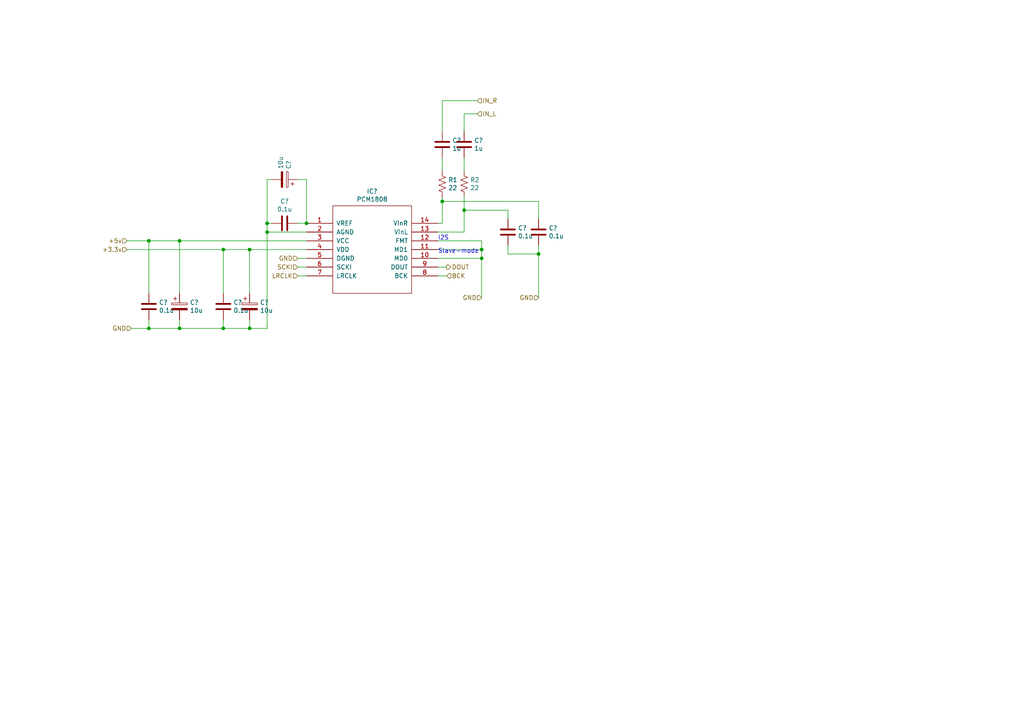
<source format=kicad_sch>
(kicad_sch (version 20230121) (generator eeschema)

  (uuid b57a8ebf-9f40-4226-a54d-35563b83cf47)

  (paper "A4")

  (lib_symbols
    (symbol "Device:C" (pin_numbers hide) (pin_names (offset 0.254)) (in_bom yes) (on_board yes)
      (property "Reference" "C" (at 0.635 2.54 0)
        (effects (font (size 1.27 1.27)) (justify left))
      )
      (property "Value" "C" (at 0.635 -2.54 0)
        (effects (font (size 1.27 1.27)) (justify left))
      )
      (property "Footprint" "" (at 0.9652 -3.81 0)
        (effects (font (size 1.27 1.27)) hide)
      )
      (property "Datasheet" "~" (at 0 0 0)
        (effects (font (size 1.27 1.27)) hide)
      )
      (property "ki_keywords" "cap capacitor" (at 0 0 0)
        (effects (font (size 1.27 1.27)) hide)
      )
      (property "ki_description" "Unpolarized capacitor" (at 0 0 0)
        (effects (font (size 1.27 1.27)) hide)
      )
      (property "ki_fp_filters" "C_*" (at 0 0 0)
        (effects (font (size 1.27 1.27)) hide)
      )
      (symbol "C_0_1"
        (polyline
          (pts
            (xy -2.032 -0.762)
            (xy 2.032 -0.762)
          )
          (stroke (width 0.508) (type default))
          (fill (type none))
        )
        (polyline
          (pts
            (xy -2.032 0.762)
            (xy 2.032 0.762)
          )
          (stroke (width 0.508) (type default))
          (fill (type none))
        )
      )
      (symbol "C_1_1"
        (pin passive line (at 0 3.81 270) (length 2.794)
          (name "~" (effects (font (size 1.27 1.27))))
          (number "1" (effects (font (size 1.27 1.27))))
        )
        (pin passive line (at 0 -3.81 90) (length 2.794)
          (name "~" (effects (font (size 1.27 1.27))))
          (number "2" (effects (font (size 1.27 1.27))))
        )
      )
    )
    (symbol "Device:R_US" (pin_numbers hide) (pin_names (offset 0)) (in_bom yes) (on_board yes)
      (property "Reference" "R" (at 2.54 0 90)
        (effects (font (size 1.27 1.27)))
      )
      (property "Value" "R_US" (at -2.54 0 90)
        (effects (font (size 1.27 1.27)))
      )
      (property "Footprint" "" (at 1.016 -0.254 90)
        (effects (font (size 1.27 1.27)) hide)
      )
      (property "Datasheet" "~" (at 0 0 0)
        (effects (font (size 1.27 1.27)) hide)
      )
      (property "ki_keywords" "R res resistor" (at 0 0 0)
        (effects (font (size 1.27 1.27)) hide)
      )
      (property "ki_description" "Resistor, US symbol" (at 0 0 0)
        (effects (font (size 1.27 1.27)) hide)
      )
      (property "ki_fp_filters" "R_*" (at 0 0 0)
        (effects (font (size 1.27 1.27)) hide)
      )
      (symbol "R_US_0_1"
        (polyline
          (pts
            (xy 0 -2.286)
            (xy 0 -2.54)
          )
          (stroke (width 0) (type default))
          (fill (type none))
        )
        (polyline
          (pts
            (xy 0 2.286)
            (xy 0 2.54)
          )
          (stroke (width 0) (type default))
          (fill (type none))
        )
        (polyline
          (pts
            (xy 0 -0.762)
            (xy 1.016 -1.143)
            (xy 0 -1.524)
            (xy -1.016 -1.905)
            (xy 0 -2.286)
          )
          (stroke (width 0) (type default))
          (fill (type none))
        )
        (polyline
          (pts
            (xy 0 0.762)
            (xy 1.016 0.381)
            (xy 0 0)
            (xy -1.016 -0.381)
            (xy 0 -0.762)
          )
          (stroke (width 0) (type default))
          (fill (type none))
        )
        (polyline
          (pts
            (xy 0 2.286)
            (xy 1.016 1.905)
            (xy 0 1.524)
            (xy -1.016 1.143)
            (xy 0 0.762)
          )
          (stroke (width 0) (type default))
          (fill (type none))
        )
      )
      (symbol "R_US_1_1"
        (pin passive line (at 0 3.81 270) (length 1.27)
          (name "~" (effects (font (size 1.27 1.27))))
          (number "1" (effects (font (size 1.27 1.27))))
        )
        (pin passive line (at 0 -3.81 90) (length 1.27)
          (name "~" (effects (font (size 1.27 1.27))))
          (number "2" (effects (font (size 1.27 1.27))))
        )
      )
    )
    (symbol "PCM1808-cache:PCM1808" (pin_names (offset 1.016)) (in_bom yes) (on_board yes)
      (property "Reference" "IC" (at 0 -2.54 0)
        (effects (font (size 1.27 1.27)))
      )
      (property "Value" "PCM1808" (at 0 2.54 0)
        (effects (font (size 1.27 1.27)))
      )
      (property "Footprint" "" (at 0 -10.16 0)
        (effects (font (size 1.27 1.27)) hide)
      )
      (property "Datasheet" "" (at -1.27 10.16 0)
        (effects (font (size 1.27 1.27)) hide)
      )
      (symbol "PCM1808_1_0"
        (rectangle (start -11.43 -12.7) (end 11.43 12.7)
          (stroke (width 0) (type solid))
          (fill (type none))
        )
      )
      (symbol "PCM1808_1_1"
        (pin output line (at -19.05 7.62 0) (length 7.62)
          (name "VREF" (effects (font (size 1.27 1.27))))
          (number "1" (effects (font (size 1.27 1.27))))
        )
        (pin input line (at 19.05 -2.54 180) (length 7.62)
          (name "MD0" (effects (font (size 1.27 1.27))))
          (number "10" (effects (font (size 1.27 1.27))))
        )
        (pin input line (at 19.05 0 180) (length 7.62)
          (name "MD1" (effects (font (size 1.27 1.27))))
          (number "11" (effects (font (size 1.27 1.27))))
        )
        (pin input line (at 19.05 2.54 180) (length 7.62)
          (name "FMT" (effects (font (size 1.27 1.27))))
          (number "12" (effects (font (size 1.27 1.27))))
        )
        (pin input line (at 19.05 5.08 180) (length 7.62)
          (name "VinL" (effects (font (size 1.27 1.27))))
          (number "13" (effects (font (size 1.27 1.27))))
        )
        (pin input line (at 19.05 7.62 180) (length 7.62)
          (name "VinR" (effects (font (size 1.27 1.27))))
          (number "14" (effects (font (size 1.27 1.27))))
        )
        (pin power_in line (at -19.05 5.08 0) (length 7.62)
          (name "AGND" (effects (font (size 1.27 1.27))))
          (number "2" (effects (font (size 1.27 1.27))))
        )
        (pin power_in line (at -19.05 2.54 0) (length 7.62)
          (name "VCC" (effects (font (size 1.27 1.27))))
          (number "3" (effects (font (size 1.27 1.27))))
        )
        (pin power_in line (at -19.05 0 0) (length 7.62)
          (name "VDD" (effects (font (size 1.27 1.27))))
          (number "4" (effects (font (size 1.27 1.27))))
        )
        (pin power_in line (at -19.05 -2.54 0) (length 7.62)
          (name "DGND" (effects (font (size 1.27 1.27))))
          (number "5" (effects (font (size 1.27 1.27))))
        )
        (pin input line (at -19.05 -5.08 0) (length 7.62)
          (name "SCKI" (effects (font (size 1.27 1.27))))
          (number "6" (effects (font (size 1.27 1.27))))
        )
        (pin bidirectional line (at -19.05 -7.62 0) (length 7.62)
          (name "LRCLK" (effects (font (size 1.27 1.27))))
          (number "7" (effects (font (size 1.27 1.27))))
        )
        (pin bidirectional line (at 19.05 -7.62 180) (length 7.62)
          (name "BCK" (effects (font (size 1.27 1.27))))
          (number "8" (effects (font (size 1.27 1.27))))
        )
        (pin output line (at 19.05 -5.08 180) (length 7.62)
          (name "DOUT" (effects (font (size 1.27 1.27))))
          (number "9" (effects (font (size 1.27 1.27))))
        )
      )
    )
    (symbol "usbdac-rescue:CP-Device" (pin_numbers hide) (pin_names (offset 0.254)) (in_bom yes) (on_board yes)
      (property "Reference" "C" (at 0.635 2.54 0)
        (effects (font (size 1.27 1.27)) (justify left))
      )
      (property "Value" "Device_CP" (at 0.635 -2.54 0)
        (effects (font (size 1.27 1.27)) (justify left))
      )
      (property "Footprint" "" (at 0.9652 -3.81 0)
        (effects (font (size 1.27 1.27)) hide)
      )
      (property "Datasheet" "" (at 0 0 0)
        (effects (font (size 1.27 1.27)) hide)
      )
      (property "ki_fp_filters" "CP_*" (at 0 0 0)
        (effects (font (size 1.27 1.27)) hide)
      )
      (symbol "CP-Device_0_1"
        (rectangle (start -2.286 0.508) (end 2.286 1.016)
          (stroke (width 0) (type solid))
          (fill (type none))
        )
        (polyline
          (pts
            (xy -1.778 2.286)
            (xy -0.762 2.286)
          )
          (stroke (width 0) (type solid))
          (fill (type none))
        )
        (polyline
          (pts
            (xy -1.27 2.794)
            (xy -1.27 1.778)
          )
          (stroke (width 0) (type solid))
          (fill (type none))
        )
        (rectangle (start 2.286 -0.508) (end -2.286 -1.016)
          (stroke (width 0) (type solid))
          (fill (type outline))
        )
      )
      (symbol "CP-Device_1_1"
        (pin passive line (at 0 3.81 270) (length 2.794)
          (name "~" (effects (font (size 1.27 1.27))))
          (number "1" (effects (font (size 1.27 1.27))))
        )
        (pin passive line (at 0 -3.81 90) (length 2.794)
          (name "~" (effects (font (size 1.27 1.27))))
          (number "2" (effects (font (size 1.27 1.27))))
        )
      )
    )
  )

  (junction (at 156.21 73.66) (diameter 0) (color 0 0 0 0)
    (uuid 008baf64-f836-437d-9b89-76200a74c2a1)
  )
  (junction (at 43.18 95.25) (diameter 0) (color 0 0 0 0)
    (uuid 29248403-a6cc-4082-88d8-fe521f60f42e)
  )
  (junction (at 72.39 95.25) (diameter 0) (color 0 0 0 0)
    (uuid 34d22d1c-adea-4d96-a601-e85d51767dda)
  )
  (junction (at 139.7 72.39) (diameter 0) (color 0 0 0 0)
    (uuid 4277b594-48b7-49dc-863a-9006eae71cdc)
  )
  (junction (at 139.7 74.93) (diameter 0) (color 0 0 0 0)
    (uuid 62a17baf-dcc2-42af-9126-fcc9401fbfb2)
  )
  (junction (at 64.77 95.25) (diameter 0) (color 0 0 0 0)
    (uuid 71ec8365-c48a-4092-bb90-e73f3fb0bc57)
  )
  (junction (at 52.07 69.85) (diameter 0) (color 0 0 0 0)
    (uuid 74953a7f-53e7-4de0-942e-7a6312f47118)
  )
  (junction (at 88.9 64.77) (diameter 0) (color 0 0 0 0)
    (uuid 79382138-aab0-46e8-8fc0-8bba843cc183)
  )
  (junction (at 64.77 72.39) (diameter 0) (color 0 0 0 0)
    (uuid 7dc5f558-a671-4262-ab87-31b6fa65f8a8)
  )
  (junction (at 52.07 95.25) (diameter 0) (color 0 0 0 0)
    (uuid 9350dcb6-472f-4212-ae8b-a6643d5e43fd)
  )
  (junction (at 43.18 69.85) (diameter 0) (color 0 0 0 0)
    (uuid a0b5dc4a-aa1e-44c9-9f36-6f0967ba80a2)
  )
  (junction (at 77.47 67.31) (diameter 0) (color 0 0 0 0)
    (uuid a31d90c1-ff1d-49e1-9792-355b190d9015)
  )
  (junction (at 72.39 72.39) (diameter 0) (color 0 0 0 0)
    (uuid bb8475cc-3ea3-465c-9101-563101d0ed7e)
  )
  (junction (at 77.47 64.77) (diameter 0) (color 0 0 0 0)
    (uuid d36f0ab2-77a7-486b-a935-0138ad1be8ff)
  )
  (junction (at 134.62 60.96) (diameter 0) (color 0 0 0 0)
    (uuid df4a14d9-d64a-4e30-9c10-5201db775f80)
  )
  (junction (at 128.27 58.42) (diameter 0) (color 0 0 0 0)
    (uuid ec46787f-53fb-4ebb-8e15-2a6d07394a1f)
  )

  (wire (pts (xy 134.62 49.53) (xy 134.62 45.72))
    (stroke (width 0) (type default))
    (uuid 00447988-5d64-4639-9d56-636cf4bfaa14)
  )
  (wire (pts (xy 127 72.39) (xy 139.7 72.39))
    (stroke (width 0) (type default))
    (uuid 03d11274-edcd-46bc-8986-c09fa2403dc1)
  )
  (wire (pts (xy 139.7 74.93) (xy 139.7 86.36))
    (stroke (width 0) (type default))
    (uuid 057b93ec-b698-409b-965f-8a8d824dfd99)
  )
  (wire (pts (xy 156.21 73.66) (xy 156.21 86.36))
    (stroke (width 0) (type default))
    (uuid 0f6ce539-f84d-4ab4-998f-f0c2ed467fc7)
  )
  (wire (pts (xy 127 69.85) (xy 139.7 69.85))
    (stroke (width 0) (type default))
    (uuid 0fcfae9e-54a4-415d-9e19-aebf2b2b3359)
  )
  (wire (pts (xy 129.54 80.01) (xy 127 80.01))
    (stroke (width 0) (type default))
    (uuid 13892dca-90ab-4471-b837-73eac98331d4)
  )
  (wire (pts (xy 52.07 69.85) (xy 88.9 69.85))
    (stroke (width 0) (type default))
    (uuid 14f17be8-5b6c-420d-a786-720a2439539d)
  )
  (wire (pts (xy 127 74.93) (xy 139.7 74.93))
    (stroke (width 0) (type default))
    (uuid 1643b741-69a5-44f6-aba7-6d61e467ffa0)
  )
  (wire (pts (xy 147.32 60.96) (xy 147.32 63.5))
    (stroke (width 0) (type default))
    (uuid 1664dde9-c880-46c0-b87d-c7816f65e665)
  )
  (wire (pts (xy 64.77 92.71) (xy 64.77 95.25))
    (stroke (width 0) (type default))
    (uuid 19ddacc0-68c7-42dd-8bb8-f3e126e471dd)
  )
  (wire (pts (xy 134.62 60.96) (xy 147.32 60.96))
    (stroke (width 0) (type default))
    (uuid 1c4e971e-74e4-4d22-b1b8-e7a4211d9be0)
  )
  (wire (pts (xy 128.27 38.1) (xy 128.27 29.21))
    (stroke (width 0) (type default))
    (uuid 1c940a93-adb8-43b3-bd1a-1c25f404d790)
  )
  (wire (pts (xy 127 67.31) (xy 134.62 67.31))
    (stroke (width 0) (type default))
    (uuid 2181096c-6a56-42ca-8287-31ba280c77cf)
  )
  (wire (pts (xy 77.47 67.31) (xy 77.47 95.25))
    (stroke (width 0) (type default))
    (uuid 24d8c81d-03ab-4a37-942d-67b655b16eeb)
  )
  (wire (pts (xy 43.18 95.25) (xy 38.1 95.25))
    (stroke (width 0) (type default))
    (uuid 25954328-d382-4008-a4fc-7342cc0563c6)
  )
  (wire (pts (xy 64.77 85.09) (xy 64.77 72.39))
    (stroke (width 0) (type default))
    (uuid 2b41ee7b-2f7f-4254-bd81-7d1d27e81b5e)
  )
  (wire (pts (xy 128.27 58.42) (xy 156.21 58.42))
    (stroke (width 0) (type default))
    (uuid 2ed50432-c6e2-45e6-b795-134dbffda054)
  )
  (wire (pts (xy 86.36 77.47) (xy 88.9 77.47))
    (stroke (width 0) (type default))
    (uuid 316f29a9-b5ba-4d91-8c36-2b65c78c31a6)
  )
  (wire (pts (xy 88.9 64.77) (xy 86.36 64.77))
    (stroke (width 0) (type default))
    (uuid 3e2b474c-3c70-4398-ad85-875b671bf5e0)
  )
  (wire (pts (xy 134.62 60.96) (xy 134.62 57.15))
    (stroke (width 0) (type default))
    (uuid 444b0949-24ae-463d-ab2f-31040acb6147)
  )
  (wire (pts (xy 139.7 72.39) (xy 139.7 74.93))
    (stroke (width 0) (type default))
    (uuid 4a8a5143-7efb-4412-b216-51154eb0bceb)
  )
  (wire (pts (xy 127 77.47) (xy 129.54 77.47))
    (stroke (width 0) (type default))
    (uuid 50d02447-144f-4d2d-83c4-284c0cad6c86)
  )
  (wire (pts (xy 72.39 72.39) (xy 88.9 72.39))
    (stroke (width 0) (type default))
    (uuid 5615065f-7009-4362-a4c9-28782deafa05)
  )
  (wire (pts (xy 43.18 69.85) (xy 52.07 69.85))
    (stroke (width 0) (type default))
    (uuid 58f81b41-fc7f-4b96-8184-824096720ff3)
  )
  (wire (pts (xy 86.36 74.93) (xy 88.9 74.93))
    (stroke (width 0) (type default))
    (uuid 5cda8914-442b-407d-b04b-b43c0d4c8668)
  )
  (wire (pts (xy 43.18 92.71) (xy 43.18 95.25))
    (stroke (width 0) (type default))
    (uuid 6152a53c-f85b-4076-b691-2931c0885bc6)
  )
  (wire (pts (xy 128.27 64.77) (xy 127 64.77))
    (stroke (width 0) (type default))
    (uuid 61f1a8b0-fe5c-46e2-99f1-888abf189c55)
  )
  (wire (pts (xy 43.18 95.25) (xy 52.07 95.25))
    (stroke (width 0) (type default))
    (uuid 6262a2a6-3144-4dc4-87c3-05c4d39ba90c)
  )
  (wire (pts (xy 36.83 69.85) (xy 43.18 69.85))
    (stroke (width 0) (type default))
    (uuid 657412f6-161a-4445-ac02-9917dc245b72)
  )
  (wire (pts (xy 88.9 67.31) (xy 77.47 67.31))
    (stroke (width 0) (type default))
    (uuid 6cd2dd64-adb0-41d1-91e7-bcb769951c32)
  )
  (wire (pts (xy 86.36 52.07) (xy 88.9 52.07))
    (stroke (width 0) (type default))
    (uuid 6da8941a-d6cf-4b15-a779-2319629a2a1f)
  )
  (wire (pts (xy 77.47 52.07) (xy 78.74 52.07))
    (stroke (width 0) (type default))
    (uuid 76525664-9cc5-4ae0-a494-98a6780a7930)
  )
  (wire (pts (xy 128.27 57.15) (xy 128.27 58.42))
    (stroke (width 0) (type default))
    (uuid 773f1773-2533-478c-ae8c-af0cdb8b41c3)
  )
  (wire (pts (xy 52.07 85.09) (xy 52.07 69.85))
    (stroke (width 0) (type default))
    (uuid 783bcc86-54cc-491c-acdb-48ddb6102744)
  )
  (wire (pts (xy 72.39 95.25) (xy 77.47 95.25))
    (stroke (width 0) (type default))
    (uuid 797a9531-93b7-423d-a3e3-bd2877ddea16)
  )
  (wire (pts (xy 134.62 33.02) (xy 138.43 33.02))
    (stroke (width 0) (type default))
    (uuid 8b41b520-19f8-4363-ba7c-010a3deba321)
  )
  (wire (pts (xy 147.32 71.12) (xy 147.32 73.66))
    (stroke (width 0) (type default))
    (uuid 8bb18a1b-0921-4e04-b1ab-5511e1669a05)
  )
  (wire (pts (xy 156.21 58.42) (xy 156.21 63.5))
    (stroke (width 0) (type default))
    (uuid 8f7cf36a-2830-482b-a801-963ff21630d9)
  )
  (wire (pts (xy 128.27 45.72) (xy 128.27 49.53))
    (stroke (width 0) (type default))
    (uuid 9a78219b-f033-4b98-ba06-b2383f9f5d7c)
  )
  (wire (pts (xy 128.27 29.21) (xy 138.43 29.21))
    (stroke (width 0) (type default))
    (uuid 9cef005d-d6c8-4131-b627-22718b6aa834)
  )
  (wire (pts (xy 128.27 58.42) (xy 128.27 64.77))
    (stroke (width 0) (type default))
    (uuid a16c3a34-e334-4a11-b609-05a15451fe8f)
  )
  (wire (pts (xy 78.74 64.77) (xy 77.47 64.77))
    (stroke (width 0) (type default))
    (uuid a48109e0-2463-442c-84c3-d9cf914cbbd9)
  )
  (wire (pts (xy 72.39 72.39) (xy 72.39 85.09))
    (stroke (width 0) (type default))
    (uuid a5fe918c-e885-4273-ac77-36cbd1f1280b)
  )
  (wire (pts (xy 72.39 92.71) (xy 72.39 95.25))
    (stroke (width 0) (type default))
    (uuid a70410f4-10db-455b-a53f-266dc55cfa25)
  )
  (wire (pts (xy 64.77 95.25) (xy 72.39 95.25))
    (stroke (width 0) (type default))
    (uuid b4b7bd3e-698d-4c74-8831-06860a6c6c76)
  )
  (wire (pts (xy 52.07 92.71) (xy 52.07 95.25))
    (stroke (width 0) (type default))
    (uuid bd917ef2-6b8b-4c95-b020-d6369cf29ef7)
  )
  (wire (pts (xy 77.47 64.77) (xy 77.47 52.07))
    (stroke (width 0) (type default))
    (uuid c589c7e3-26d6-4ef3-800e-f63eb7398d54)
  )
  (wire (pts (xy 134.62 67.31) (xy 134.62 60.96))
    (stroke (width 0) (type default))
    (uuid c799eafe-52cf-4cc9-b03a-df46dc679cc4)
  )
  (wire (pts (xy 134.62 38.1) (xy 134.62 33.02))
    (stroke (width 0) (type default))
    (uuid d2d02e25-54bd-4257-b0b5-9f9f33f167fe)
  )
  (wire (pts (xy 147.32 73.66) (xy 156.21 73.66))
    (stroke (width 0) (type default))
    (uuid d2e4ee6d-852d-4e37-bfba-976ffa505acc)
  )
  (wire (pts (xy 88.9 80.01) (xy 86.36 80.01))
    (stroke (width 0) (type default))
    (uuid d3b938eb-b87c-4087-a72f-7ebc1aed75f6)
  )
  (wire (pts (xy 88.9 52.07) (xy 88.9 64.77))
    (stroke (width 0) (type default))
    (uuid dbda28ee-632a-4828-8d78-860592860517)
  )
  (wire (pts (xy 156.21 73.66) (xy 156.21 71.12))
    (stroke (width 0) (type default))
    (uuid e2487ece-9d86-4be6-a325-5ad148e3ea1a)
  )
  (wire (pts (xy 52.07 95.25) (xy 64.77 95.25))
    (stroke (width 0) (type default))
    (uuid e6d57ed1-65cc-4226-9e39-0be4de928f58)
  )
  (wire (pts (xy 77.47 64.77) (xy 77.47 67.31))
    (stroke (width 0) (type default))
    (uuid e76af614-a582-40f9-ae7c-498faa479d92)
  )
  (wire (pts (xy 36.83 72.39) (xy 64.77 72.39))
    (stroke (width 0) (type default))
    (uuid ec10ab6f-6b96-411e-9759-ad4e2ef3c2c0)
  )
  (wire (pts (xy 43.18 85.09) (xy 43.18 69.85))
    (stroke (width 0) (type default))
    (uuid f395e3d9-7c1a-49b9-8c73-ac9b713b232e)
  )
  (wire (pts (xy 139.7 69.85) (xy 139.7 72.39))
    (stroke (width 0) (type default))
    (uuid f9a405b5-6a88-4039-934b-0d73aaca56a3)
  )
  (wire (pts (xy 64.77 72.39) (xy 72.39 72.39))
    (stroke (width 0) (type default))
    (uuid fcf22fbc-49de-4557-809a-59058ee698b6)
  )

  (text "Slave-mode" (at 127 73.66 0)
    (effects (font (size 1.27 1.27)) (justify left bottom))
    (uuid 3b0fa580-ccde-45f5-818e-1983867aab20)
  )
  (text "I2S" (at 127 69.85 0)
    (effects (font (size 1.27 1.27)) (justify left bottom))
    (uuid 4b6f2da7-533d-45f0-a989-609289d3efc1)
  )

  (hierarchical_label "GND" (shape input) (at 86.36 74.93 180) (fields_autoplaced)
    (effects (font (size 1.27 1.27)) (justify right))
    (uuid 0a748499-e899-4173-a636-b7d4782e90fc)
  )
  (hierarchical_label "LRCLK" (shape input) (at 86.36 80.01 180) (fields_autoplaced)
    (effects (font (size 1.27 1.27)) (justify right))
    (uuid 112b96dc-035a-4267-9df7-28fe71029172)
  )
  (hierarchical_label "+5v" (shape input) (at 36.83 69.85 180) (fields_autoplaced)
    (effects (font (size 1.27 1.27)) (justify right))
    (uuid 52ab753e-18de-4cb0-b5b0-f9300443e825)
  )
  (hierarchical_label "+3.3v" (shape input) (at 36.83 72.39 180) (fields_autoplaced)
    (effects (font (size 1.27 1.27)) (justify right))
    (uuid 7af9cb37-9132-4b64-ad51-be819c06a2e8)
  )
  (hierarchical_label "GND" (shape input) (at 139.7 86.36 180) (fields_autoplaced)
    (effects (font (size 1.27 1.27)) (justify right))
    (uuid 881fc97a-a7c1-4aea-92d7-cf2dbe4ecf9a)
  )
  (hierarchical_label "BCK" (shape input) (at 129.54 80.01 0) (fields_autoplaced)
    (effects (font (size 1.27 1.27)) (justify left))
    (uuid 9ae3d74d-3429-429d-82bb-076d9ecef3d9)
  )
  (hierarchical_label "GND" (shape input) (at 156.21 86.36 180) (fields_autoplaced)
    (effects (font (size 1.27 1.27)) (justify right))
    (uuid b1c9fca8-094b-433f-ad7a-66bc6722d0da)
  )
  (hierarchical_label "IN_R" (shape input) (at 138.43 29.21 0) (fields_autoplaced)
    (effects (font (size 1.27 1.27)) (justify left))
    (uuid d82cc4c6-bdf3-45da-806e-58b188630dd2)
  )
  (hierarchical_label "GND" (shape input) (at 38.1 95.25 180) (fields_autoplaced)
    (effects (font (size 1.27 1.27)) (justify right))
    (uuid d8a9c802-5615-4c4c-bfc8-74edd8dd303c)
  )
  (hierarchical_label "IN_L" (shape input) (at 138.43 33.02 0) (fields_autoplaced)
    (effects (font (size 1.27 1.27)) (justify left))
    (uuid eea399ef-93c3-48ea-9973-6c5a5383179f)
  )
  (hierarchical_label "SCKI" (shape input) (at 86.36 77.47 180) (fields_autoplaced)
    (effects (font (size 1.27 1.27)) (justify right))
    (uuid eef9c308-8ace-4c8f-8028-c3f0283b9543)
  )
  (hierarchical_label "DOUT" (shape output) (at 129.54 77.47 0) (fields_autoplaced)
    (effects (font (size 1.27 1.27)) (justify left))
    (uuid f9ed5d5b-ed7d-437f-a6e4-ae46271d15e7)
  )

  (symbol (lib_id "Device:R_US") (at 134.62 53.34 0) (unit 1)
    (in_bom yes) (on_board yes) (dnp no)
    (uuid 00000000-0000-0000-0000-000064249c52)
    (property "Reference" "R2" (at 136.3472 52.1716 0)
      (effects (font (size 1.27 1.27)) (justify left))
    )
    (property "Value" "22" (at 136.3472 54.483 0)
      (effects (font (size 1.27 1.27)) (justify left))
    )
    (property "Footprint" "Resistor_SMD:R_0603_1608Metric" (at 135.636 53.594 90)
      (effects (font (size 1.27 1.27)) hide)
    )
    (property "Datasheet" "~" (at 134.62 53.34 0)
      (effects (font (size 1.27 1.27)) hide)
    )
    (pin "1" (uuid 162ebb06-a269-4924-b46b-fa9cba749eca))
    (pin "2" (uuid 3ffe1a41-6062-45b0-a7ad-e3dd461ee6d5))
    (instances
      (project "usbdac"
        (path "/d1c9d0ec-7d09-4a8b-b15d-504a9295cae6/00000000-0000-0000-0000-000064e9af8e"
          (reference "R2") (unit 1)
        )
      )
    )
  )

  (symbol (lib_id "Device:R_US") (at 128.27 53.34 0) (unit 1)
    (in_bom yes) (on_board yes) (dnp no)
    (uuid 00000000-0000-0000-0000-00006424a873)
    (property "Reference" "R1" (at 129.9972 52.1716 0)
      (effects (font (size 1.27 1.27)) (justify left))
    )
    (property "Value" "22" (at 129.9972 54.483 0)
      (effects (font (size 1.27 1.27)) (justify left))
    )
    (property "Footprint" "Resistor_SMD:R_0603_1608Metric" (at 129.286 53.594 90)
      (effects (font (size 1.27 1.27)) hide)
    )
    (property "Datasheet" "~" (at 128.27 53.34 0)
      (effects (font (size 1.27 1.27)) hide)
    )
    (pin "1" (uuid de1a2cef-791f-482d-9c40-130d03175ef8))
    (pin "2" (uuid 01a97cd6-28b3-49bc-bf2a-bfe6bfe57d95))
    (instances
      (project "usbdac"
        (path "/d1c9d0ec-7d09-4a8b-b15d-504a9295cae6/00000000-0000-0000-0000-000064e9af8e"
          (reference "R1") (unit 1)
        )
      )
    )
  )

  (symbol (lib_id "Device:C") (at 147.32 67.31 180) (unit 1)
    (in_bom yes) (on_board yes) (dnp no)
    (uuid 00000000-0000-0000-0000-00006424b38b)
    (property "Reference" "C?" (at 150.241 66.1416 0)
      (effects (font (size 1.27 1.27)) (justify right))
    )
    (property "Value" "0.1u" (at 150.241 68.453 0)
      (effects (font (size 1.27 1.27)) (justify right))
    )
    (property "Footprint" "Capacitor_SMD:C_0603_1608Metric" (at 146.3548 63.5 0)
      (effects (font (size 1.27 1.27)) hide)
    )
    (property "Datasheet" "~" (at 147.32 67.31 0)
      (effects (font (size 1.27 1.27)) hide)
    )
    (pin "1" (uuid aa17dc84-6ec3-4557-a11a-edca133593f4))
    (pin "2" (uuid e6c9bfa2-f882-46c4-8c5d-d420b700e4bc))
    (instances
      (project "usbdac"
        (path "/d1c9d0ec-7d09-4a8b-b15d-504a9295cae6"
          (reference "C?") (unit 1)
        )
        (path "/d1c9d0ec-7d09-4a8b-b15d-504a9295cae6/00000000-0000-0000-0000-000064e9af8e"
          (reference "C11") (unit 1)
        )
      )
    )
  )

  (symbol (lib_id "Device:C") (at 156.21 67.31 180) (unit 1)
    (in_bom yes) (on_board yes) (dnp no)
    (uuid 00000000-0000-0000-0000-00006424c5e1)
    (property "Reference" "C?" (at 159.131 66.1416 0)
      (effects (font (size 1.27 1.27)) (justify right))
    )
    (property "Value" "0.1u" (at 159.131 68.453 0)
      (effects (font (size 1.27 1.27)) (justify right))
    )
    (property "Footprint" "Capacitor_SMD:C_0603_1608Metric" (at 155.2448 63.5 0)
      (effects (font (size 1.27 1.27)) hide)
    )
    (property "Datasheet" "~" (at 156.21 67.31 0)
      (effects (font (size 1.27 1.27)) hide)
    )
    (pin "1" (uuid 3936dbd6-3946-446c-953d-ba847a03f6a9))
    (pin "2" (uuid eb82b8d7-0387-4ad6-b554-10dbcbd40b32))
    (instances
      (project "usbdac"
        (path "/d1c9d0ec-7d09-4a8b-b15d-504a9295cae6"
          (reference "C?") (unit 1)
        )
        (path "/d1c9d0ec-7d09-4a8b-b15d-504a9295cae6/00000000-0000-0000-0000-000064e9af8e"
          (reference "C14") (unit 1)
        )
      )
    )
  )

  (symbol (lib_id "Device:C") (at 134.62 41.91 180) (unit 1)
    (in_bom yes) (on_board yes) (dnp no)
    (uuid 00000000-0000-0000-0000-000064ea7c61)
    (property "Reference" "C?" (at 137.541 40.7416 0)
      (effects (font (size 1.27 1.27)) (justify right))
    )
    (property "Value" "1u" (at 137.541 43.053 0)
      (effects (font (size 1.27 1.27)) (justify right))
    )
    (property "Footprint" "Capacitor_SMD:C_0603_1608Metric" (at 133.6548 38.1 0)
      (effects (font (size 1.27 1.27)) hide)
    )
    (property "Datasheet" "~" (at 134.62 41.91 0)
      (effects (font (size 1.27 1.27)) hide)
    )
    (pin "1" (uuid dc6277a9-1808-4a06-8be6-84a7bc7fa4c1))
    (pin "2" (uuid 54d2128c-faab-4846-a406-ec2bc1773d36))
    (instances
      (project "usbdac"
        (path "/d1c9d0ec-7d09-4a8b-b15d-504a9295cae6"
          (reference "C?") (unit 1)
        )
        (path "/d1c9d0ec-7d09-4a8b-b15d-504a9295cae6/00000000-0000-0000-0000-000064e9af8e"
          (reference "C41") (unit 1)
        )
      )
    )
  )

  (symbol (lib_id "PCM1808-cache:PCM1808") (at 107.95 72.39 0) (unit 1)
    (in_bom yes) (on_board yes) (dnp no)
    (uuid 00000000-0000-0000-0000-000064ea7c9c)
    (property "Reference" "IC?" (at 107.95 55.499 0)
      (effects (font (size 1.27 1.27)))
    )
    (property "Value" "PCM1808" (at 107.95 57.8104 0)
      (effects (font (size 1.27 1.27)))
    )
    (property "Footprint" "KiCADfootprint:TI_R-PDSO-G14" (at 107.95 82.55 0)
      (effects (font (size 1.27 1.27)) hide)
    )
    (property "Datasheet" "" (at 106.68 62.23 0)
      (effects (font (size 1.27 1.27)) hide)
    )
    (pin "1" (uuid 4c0c70bd-fb2c-47ac-bcaf-cf57f4cd0df6))
    (pin "10" (uuid f97af69e-15b4-4f47-b814-201c8ad70d7b))
    (pin "11" (uuid af2a9205-1ea4-4c21-8e5f-babd0fef22c2))
    (pin "12" (uuid 9302ecd9-9ae0-4ab9-aad3-1d367a244923))
    (pin "13" (uuid 0f65da08-43cf-4c32-9297-3b39927c4008))
    (pin "14" (uuid 6c96192f-38b9-4606-83a5-c57fce1c5fc7))
    (pin "2" (uuid 17716656-7b31-40fe-966a-91bcc9e16d8a))
    (pin "3" (uuid e83be92a-b2d4-4aa6-b960-cf082f7916ec))
    (pin "4" (uuid 97162c63-0cdd-4dac-98f2-5cc0450faee5))
    (pin "5" (uuid bd32bf4b-8f6b-4c44-a5be-91788d0be098))
    (pin "6" (uuid a2e743e5-5326-411d-9aee-3f415f5838ed))
    (pin "7" (uuid a679261e-5ccd-439f-9b1f-f21735fc7991))
    (pin "8" (uuid f52d9631-f040-4240-a599-c14a209e7089))
    (pin "9" (uuid 8b1325a9-3200-492f-9c65-ca540f7e2dba))
    (instances
      (project "usbdac"
        (path "/d1c9d0ec-7d09-4a8b-b15d-504a9295cae6"
          (reference "IC?") (unit 1)
        )
        (path "/d1c9d0ec-7d09-4a8b-b15d-504a9295cae6/00000000-0000-0000-0000-000064e9af8e"
          (reference "IC1") (unit 1)
        )
      )
    )
  )

  (symbol (lib_id "Device:C") (at 82.55 64.77 90) (unit 1)
    (in_bom yes) (on_board yes) (dnp no)
    (uuid 00000000-0000-0000-0000-000064ea7ca2)
    (property "Reference" "C?" (at 82.55 58.3692 90)
      (effects (font (size 1.27 1.27)))
    )
    (property "Value" "0.1u" (at 82.55 60.6806 90)
      (effects (font (size 1.27 1.27)))
    )
    (property "Footprint" "Capacitor_SMD:C_0603_1608Metric" (at 86.36 63.8048 0)
      (effects (font (size 1.27 1.27)) hide)
    )
    (property "Datasheet" "~" (at 82.55 64.77 0)
      (effects (font (size 1.27 1.27)) hide)
    )
    (pin "1" (uuid 485f3219-c077-439a-b34c-8a0feee6cf19))
    (pin "2" (uuid 4609e6d7-7566-45b3-a89f-a0e21dadf695))
    (instances
      (project "usbdac"
        (path "/d1c9d0ec-7d09-4a8b-b15d-504a9295cae6"
          (reference "C?") (unit 1)
        )
        (path "/d1c9d0ec-7d09-4a8b-b15d-504a9295cae6/00000000-0000-0000-0000-000064e9af8e"
          (reference "C39") (unit 1)
        )
      )
    )
  )

  (symbol (lib_id "usbdac-rescue:CP-Device") (at 72.39 88.9 0) (unit 1)
    (in_bom yes) (on_board yes) (dnp no)
    (uuid 00000000-0000-0000-0000-000064ea7ca8)
    (property "Reference" "C?" (at 75.3872 87.7316 0)
      (effects (font (size 1.27 1.27)) (justify left))
    )
    (property "Value" "10u" (at 75.3872 90.043 0)
      (effects (font (size 1.27 1.27)) (justify left))
    )
    (property "Footprint" "Capacitor_SMD:C_0603_1608Metric" (at 73.3552 92.71 0)
      (effects (font (size 1.27 1.27)) hide)
    )
    (property "Datasheet" "~" (at 72.39 88.9 0)
      (effects (font (size 1.27 1.27)) hide)
    )
    (pin "1" (uuid 2d3b1315-e02b-4ee2-b582-8a6d209e48a6))
    (pin "2" (uuid dada15cb-4967-44b0-af07-062154b208a1))
    (instances
      (project "usbdac"
        (path "/d1c9d0ec-7d09-4a8b-b15d-504a9295cae6"
          (reference "C?") (unit 1)
        )
        (path "/d1c9d0ec-7d09-4a8b-b15d-504a9295cae6/00000000-0000-0000-0000-000064e9af8e"
          (reference "C37") (unit 1)
        )
      )
    )
  )

  (symbol (lib_id "Device:C") (at 43.18 88.9 180) (unit 1)
    (in_bom yes) (on_board yes) (dnp no)
    (uuid 00000000-0000-0000-0000-000064ea7cc4)
    (property "Reference" "C?" (at 46.101 87.7316 0)
      (effects (font (size 1.27 1.27)) (justify right))
    )
    (property "Value" "0.1u" (at 46.101 90.043 0)
      (effects (font (size 1.27 1.27)) (justify right))
    )
    (property "Footprint" "Capacitor_SMD:C_0603_1608Metric" (at 42.2148 85.09 0)
      (effects (font (size 1.27 1.27)) hide)
    )
    (property "Datasheet" "~" (at 43.18 88.9 0)
      (effects (font (size 1.27 1.27)) hide)
    )
    (pin "1" (uuid a3b10885-3161-4938-9373-68f80f65fd84))
    (pin "2" (uuid a06ffa85-2d6c-4d2c-b489-e266374e1094))
    (instances
      (project "usbdac"
        (path "/d1c9d0ec-7d09-4a8b-b15d-504a9295cae6"
          (reference "C?") (unit 1)
        )
        (path "/d1c9d0ec-7d09-4a8b-b15d-504a9295cae6/00000000-0000-0000-0000-000064e9af8e"
          (reference "C34") (unit 1)
        )
      )
    )
  )

  (symbol (lib_id "Device:C") (at 128.27 41.91 180) (unit 1)
    (in_bom yes) (on_board yes) (dnp no)
    (uuid 00000000-0000-0000-0000-000064ea7cce)
    (property "Reference" "C?" (at 131.191 40.7416 0)
      (effects (font (size 1.27 1.27)) (justify right))
    )
    (property "Value" "1u" (at 131.191 43.053 0)
      (effects (font (size 1.27 1.27)) (justify right))
    )
    (property "Footprint" "Capacitor_SMD:C_0603_1608Metric" (at 127.3048 38.1 0)
      (effects (font (size 1.27 1.27)) hide)
    )
    (property "Datasheet" "~" (at 128.27 41.91 0)
      (effects (font (size 1.27 1.27)) hide)
    )
    (pin "1" (uuid f2c9b8d4-5bbc-40ec-b97f-6ae7c5222ad6))
    (pin "2" (uuid 13f2d6ab-06d2-40d3-932a-a1d89d980325))
    (instances
      (project "usbdac"
        (path "/d1c9d0ec-7d09-4a8b-b15d-504a9295cae6"
          (reference "C?") (unit 1)
        )
        (path "/d1c9d0ec-7d09-4a8b-b15d-504a9295cae6/00000000-0000-0000-0000-000064e9af8e"
          (reference "C40") (unit 1)
        )
      )
    )
  )

  (symbol (lib_id "usbdac-rescue:CP-Device") (at 52.07 88.9 0) (unit 1)
    (in_bom yes) (on_board yes) (dnp no)
    (uuid 00000000-0000-0000-0000-000064ea7cd4)
    (property "Reference" "C?" (at 55.0672 87.7316 0)
      (effects (font (size 1.27 1.27)) (justify left))
    )
    (property "Value" "10u" (at 55.0672 90.043 0)
      (effects (font (size 1.27 1.27)) (justify left))
    )
    (property "Footprint" "Capacitor_SMD:C_0603_1608Metric" (at 53.0352 92.71 0)
      (effects (font (size 1.27 1.27)) hide)
    )
    (property "Datasheet" "~" (at 52.07 88.9 0)
      (effects (font (size 1.27 1.27)) hide)
    )
    (pin "1" (uuid f2898983-e4b9-47b0-9482-223807071e7e))
    (pin "2" (uuid 4b436223-3686-464a-a9a6-ff8e137af86b))
    (instances
      (project "usbdac"
        (path "/d1c9d0ec-7d09-4a8b-b15d-504a9295cae6"
          (reference "C?") (unit 1)
        )
        (path "/d1c9d0ec-7d09-4a8b-b15d-504a9295cae6/00000000-0000-0000-0000-000064e9af8e"
          (reference "C35") (unit 1)
        )
      )
    )
  )

  (symbol (lib_id "Device:C") (at 64.77 88.9 180) (unit 1)
    (in_bom yes) (on_board yes) (dnp no)
    (uuid 00000000-0000-0000-0000-000064ea7cda)
    (property "Reference" "C?" (at 67.691 87.7316 0)
      (effects (font (size 1.27 1.27)) (justify right))
    )
    (property "Value" "0.1u" (at 67.691 90.043 0)
      (effects (font (size 1.27 1.27)) (justify right))
    )
    (property "Footprint" "Capacitor_SMD:C_0603_1608Metric" (at 63.8048 85.09 0)
      (effects (font (size 1.27 1.27)) hide)
    )
    (property "Datasheet" "~" (at 64.77 88.9 0)
      (effects (font (size 1.27 1.27)) hide)
    )
    (pin "1" (uuid 012b1200-c7ad-4576-bee8-a9d92af0d5b0))
    (pin "2" (uuid 743bdca8-ec5a-462b-a000-a82e858f8021))
    (instances
      (project "usbdac"
        (path "/d1c9d0ec-7d09-4a8b-b15d-504a9295cae6"
          (reference "C?") (unit 1)
        )
        (path "/d1c9d0ec-7d09-4a8b-b15d-504a9295cae6/00000000-0000-0000-0000-000064e9af8e"
          (reference "C36") (unit 1)
        )
      )
    )
  )

  (symbol (lib_id "usbdac-rescue:CP-Device") (at 82.55 52.07 270) (mirror x) (unit 1)
    (in_bom yes) (on_board yes) (dnp no)
    (uuid 00000000-0000-0000-0000-000064ea7ce3)
    (property "Reference" "C?" (at 83.7184 49.0728 0)
      (effects (font (size 1.27 1.27)) (justify left))
    )
    (property "Value" "10u" (at 81.407 49.0728 0)
      (effects (font (size 1.27 1.27)) (justify left))
    )
    (property "Footprint" "Capacitor_SMD:C_0603_1608Metric" (at 78.74 51.1048 0)
      (effects (font (size 1.27 1.27)) hide)
    )
    (property "Datasheet" "~" (at 82.55 52.07 0)
      (effects (font (size 1.27 1.27)) hide)
    )
    (pin "1" (uuid 7c72fb7e-60e4-4a7a-88ea-b54eb3ef36ee))
    (pin "2" (uuid a790706d-f303-4448-8a32-20daf648c257))
    (instances
      (project "usbdac"
        (path "/d1c9d0ec-7d09-4a8b-b15d-504a9295cae6"
          (reference "C?") (unit 1)
        )
        (path "/d1c9d0ec-7d09-4a8b-b15d-504a9295cae6/00000000-0000-0000-0000-000064e9af8e"
          (reference "C38") (unit 1)
        )
      )
    )
  )
)

</source>
